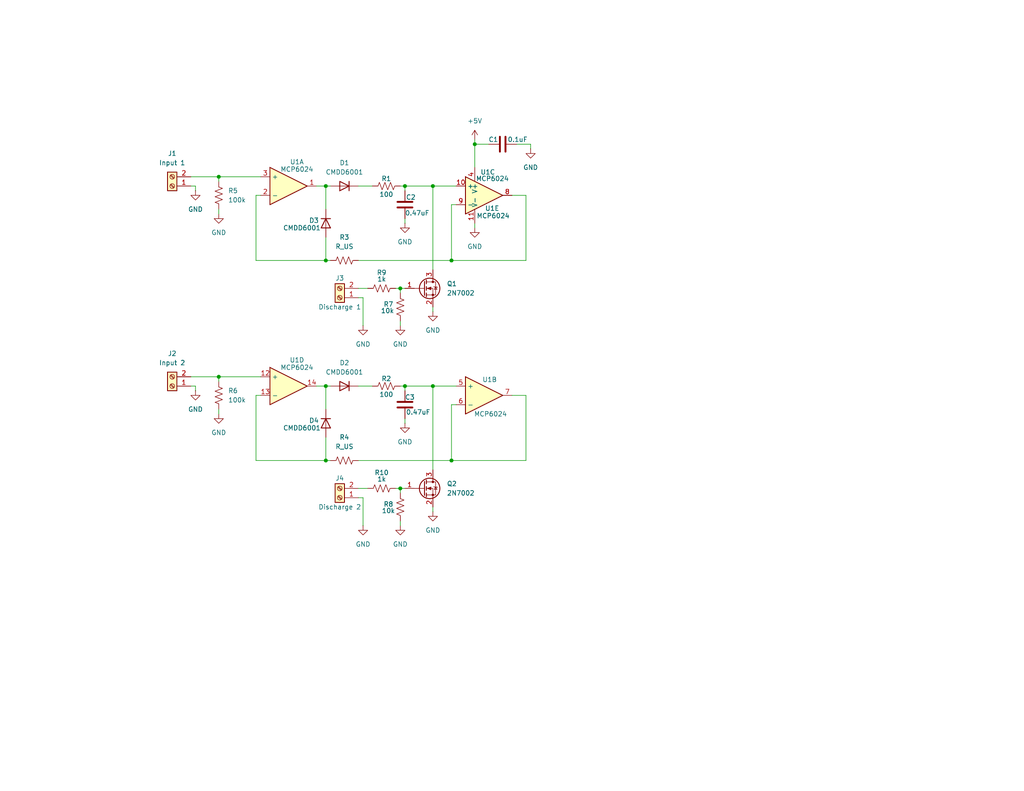
<source format=kicad_sch>
(kicad_sch (version 20231120) (generator "eeschema") (generator_version "8.0")
  (paper "A")
  (title_block (title "Peak Detector"))
  (lib_symbols
    (symbol "Connector:Screw_Terminal_01x02" (pin_names (offset 1.016) hide)
      (property "Reference" "J" (at 0 2.54 0))
      (property "Value" "Screw_Terminal_01x02" (at 0 -5.08 0))
      (symbol "Screw_Terminal_01x02_1_1"
        (rectangle (start -1.27 1.27) (end 1.27 -3.81) (stroke (width 0.254)) (fill (type background)))
        (circle (center 0 -2.54) (radius 0.635) (stroke (width 0.1524)))
        (polyline (pts (xy -0.5334 -2.2098) (xy 0.3302 -3.048)) (stroke (width 0.1524)))
        (polyline (pts (xy -0.5334 0.3302) (xy 0.3302 -0.508)) (stroke (width 0.1524)))
        (polyline (pts (xy -0.3556 -2.032) (xy 0.508 -2.8702)) (stroke (width 0.1524)))
        (polyline (pts (xy -0.3556 0.508) (xy 0.508 -0.3302)) (stroke (width 0.1524)))
        (circle (center 0 0) (radius 0.635) (stroke (width 0.1524)))
        (pin passive line (at -5.08 0 0) (length 3.81) (name "Pin_1") (number "1"))
        (pin passive line (at -5.08 -2.54 0) (length 3.81) (name "Pin_2") (number "2"))
      )
    )
    (symbol "Device:C" (pin_numbers hide) (pin_names (offset 0.254))
      (property "Reference" "C" (at 0.635 2.54 0))
      (property "Value" "C" (at 0.635 -2.54 0))
      (symbol "C_0_1"
        (polyline (pts (xy -2.032 -0.762) (xy 2.032 -0.762)) (stroke (width 0.508)))
        (polyline (pts (xy -2.032 0.762) (xy 2.032 0.762)) (stroke (width 0.508)))
      )
      (symbol "C_1_1"
        (pin passive line (at 0 3.81 270) (length 2.794) (name "~") (number "1"))
        (pin passive line (at 0 -3.81 90) (length 2.794) (name "~") (number "2"))
      )
    )
    (symbol "Device:D" (pin_numbers hide) (pin_names (offset 1.016) hide)
      (property "Reference" "D" (at 0 2.54 0))
      (property "Value" "D" (at 0 -2.54 0))
      (symbol "D_0_1"
        (polyline (pts (xy -1.27 1.27) (xy -1.27 -1.27)) (stroke (width 0.254)))
        (polyline (pts (xy 1.27 0) (xy -1.27 0)))
        (polyline (pts (xy 1.27 1.27) (xy 1.27 -1.27) (xy -1.27 0) (xy 1.27 1.27)) (stroke (width 0.254)))
      )
      (symbol "D_1_1"
        (pin passive line (at -3.81 0 0) (length 2.54) (name "K") (number "1"))
        (pin passive line (at 3.81 0 180) (length 2.54) (name "A") (number "2"))
      )
    )
    (symbol "Device:Opamp_Quad"
      (property "Reference" "U" (at 0 5.08 0))
      (property "Value" "Opamp_Quad" (at 0 -5.08 0))
      (symbol "Opamp_Quad_1_1"
        (polyline (pts (xy -5.08 5.08) (xy 5.08 0) (xy -5.08 -5.08) (xy -5.08 5.08)) (stroke (width 0.254)) (fill (type background)))
        (pin output line (at 7.62 0 180) (length 2.54) (name "~") (number "1"))
        (pin input line (at -7.62 -2.54 0) (length 2.54) (name "-") (number "2"))
        (pin input line (at -7.62 2.54 0) (length 2.54) (name "+") (number "3"))
      )
      (symbol "Opamp_Quad_2_1"
        (polyline (pts (xy -5.08 5.08) (xy 5.08 0) (xy -5.08 -5.08) (xy -5.08 5.08)) (stroke (width 0.254)) (fill (type background)))
        (pin input line (at -7.62 2.54 0) (length 2.54) (name "+") (number "5"))
        (pin input line (at -7.62 -2.54 0) (length 2.54) (name "-") (number "6"))
        (pin output line (at 7.62 0 180) (length 2.54) (name "~") (number "7"))
      )
      (symbol "Opamp_Quad_3_1"
        (polyline (pts (xy -5.08 5.08) (xy 5.08 0) (xy -5.08 -5.08) (xy -5.08 5.08)) (stroke (width 0.254)) (fill (type background)))
        (pin input line (at -7.62 2.54 0) (length 2.54) (name "+") (number "10"))
        (pin output line (at 7.62 0 180) (length 2.54) (name "~") (number "8"))
        (pin input line (at -7.62 -2.54 0) (length 2.54) (name "-") (number "9"))
      )
      (symbol "Opamp_Quad_4_1"
        (polyline (pts (xy -5.08 5.08) (xy 5.08 0) (xy -5.08 -5.08) (xy -5.08 5.08)) (stroke (width 0.254)) (fill (type background)))
        (pin input line (at -7.62 2.54 0) (length 2.54) (name "+") (number "12"))
        (pin input line (at -7.62 -2.54 0) (length 2.54) (name "-") (number "13"))
        (pin output line (at 7.62 0 180) (length 2.54) (name "~") (number "14"))
      )
      (symbol "Opamp_Quad_5_1"
        (pin power_in line (at -2.54 -7.62 90) (length 3.81) (name "V-") (number "11"))
        (pin power_in line (at -2.54 7.62 270) (length 3.81) (name "V+") (number "4"))
      )
    )
    (symbol "Device:R_US" (pin_numbers hide) (pin_names (offset 0))
      (property "Reference" "R" (at 2.54 0 90))
      (property "Value" "R_US" (at -2.54 0 90))
      (symbol "R_US_0_1"
        (polyline (pts (xy 0 -2.286) (xy 0 -2.54)))
        (polyline (pts (xy 0 2.286) (xy 0 2.54)))
        (polyline (pts (xy 0 -0.762) (xy 1.016 -1.143) (xy 0 -1.524) (xy -1.016 -1.905) (xy 0 -2.286)))
        (polyline (pts (xy 0 0.762) (xy 1.016 0.381) (xy 0 0) (xy -1.016 -0.381) (xy 0 -0.762)))
        (polyline (pts (xy 0 2.286) (xy 1.016 1.905) (xy 0 1.524) (xy -1.016 1.143) (xy 0 0.762)))
      )
      (symbol "R_US_1_1"
        (pin passive line (at 0 3.81 270) (length 1.27) (name "~") (number "1"))
        (pin passive line (at 0 -3.81 90) (length 1.27) (name "~") (number "2"))
      )
    )
    (symbol "Transistor_FET:2N7002" (pin_names hide)
      (property "Reference" "Q" (at 5.08 1.905 0))
      (property "Value" "2N7002" (at 5.08 0 0))
      (symbol "2N7002_0_1"
        (polyline (pts (xy 0.254 0) (xy -2.54 0)))
        (polyline (pts (xy 0.254 1.905) (xy 0.254 -1.905)) (stroke (width 0.254)))
        (polyline (pts (xy 0.762 -1.27) (xy 0.762 -2.286)) (stroke (width 0.254)))
        (polyline (pts (xy 0.762 0.508) (xy 0.762 -0.508)) (stroke (width 0.254)))
        (polyline (pts (xy 0.762 2.286) (xy 0.762 1.27)) (stroke (width 0.254)))
        (polyline (pts (xy 2.54 2.54) (xy 2.54 1.778)))
        (polyline (pts (xy 2.54 -2.54) (xy 2.54 0) (xy 0.762 0)))
        (polyline (pts (xy 0.762 -1.778) (xy 3.302 -1.778) (xy 3.302 1.778) (xy 0.762 1.778)))
        (polyline (pts (xy 1.016 0) (xy 2.032 0.381) (xy 2.032 -0.381) (xy 1.016 0)) (fill (type outline)))
        (polyline (pts (xy 2.794 0.508) (xy 2.921 0.381) (xy 3.683 0.381) (xy 3.81 0.254)))
        (polyline (pts (xy 3.302 0.381) (xy 2.921 -0.254) (xy 3.683 -0.254) (xy 3.302 0.381)))
        (circle (center 1.651 0) (radius 2.794) (stroke (width 0.254)))
        (circle (center 2.54 -1.778) (radius 0.254) (fill (type outline)))
        (circle (center 2.54 1.778) (radius 0.254) (fill (type outline)))
      )
      (symbol "2N7002_1_1"
        (pin input line (at -5.08 0 0) (length 2.54) (name "G") (number "1"))
        (pin passive line (at 2.54 -5.08 90) (length 2.54) (name "S") (number "2"))
        (pin passive line (at 2.54 5.08 270) (length 2.54) (name "D") (number "3"))
      )
    )
    (symbol "power:+5V" (power) (pin_numbers hide) (pin_names (offset 0) hide)
      (property "Value" "+5V" (at 0 3.556 0))
      (symbol "+5V_0_1"
        (polyline (pts (xy -0.762 1.27) (xy 0 2.54)))
        (polyline (pts (xy 0 0) (xy 0 2.54)))
        (polyline (pts (xy 0 2.54) (xy 0.762 1.27)))
      )
      (symbol "+5V_1_1"
        (pin power_in line (at 0 0 90) (length 0) (name "~") (number "1"))
      )
    )
    (symbol "power:GND" (power) (pin_numbers hide) (pin_names (offset 0) hide)
      (property "Value" "GND" (at 0 -3.81 0))
      (symbol "GND_0_1"
        (polyline (pts (xy 0 0) (xy 0 -1.27) (xy 1.27 -1.27) (xy 0 -2.54) (xy -1.27 -1.27) (xy 0 -1.27)))
      )
      (symbol "GND_1_1"
        (pin power_in line (at 0 0 270) (length 0) (name "~") (number "1"))
      )
    )
  )
  (junction (at 88.9 105.41))
  (junction (at 118.11 105.41))
  (junction (at 110.49 50.8))
  (junction (at 123.19 71.12))
  (junction (at 59.69 48.26))
  (junction (at 109.22 133.35))
  (junction (at 88.9 71.12))
  (junction (at 88.9 125.73))
  (junction (at 88.9 50.8))
  (junction (at 59.69 102.87))
  (junction (at 110.49 105.41))
  (junction (at 118.11 50.8))
  (junction (at 129.54 39.37))
  (junction (at 123.19 125.73))
  (junction (at 109.22 78.74))
  (wire (pts (xy 109.22 105.41) (xy 110.49 105.41)))
  (wire (pts (xy 97.79 133.35) (xy 100.33 133.35)))
  (wire (pts (xy 71.12 107.95) (xy 69.85 107.95)))
  (wire (pts (xy 129.54 60.96) (xy 129.54 62.23)))
  (wire (pts (xy 59.69 48.26) (xy 59.69 49.53)))
  (wire (pts (xy 123.19 110.49) (xy 124.46 110.49)))
  (wire (pts (xy 69.85 125.73) (xy 88.9 125.73)))
  (wire (pts (xy 140.97 39.37) (xy 144.78 39.37)))
  (wire (pts (xy 97.79 125.73) (xy 123.19 125.73)))
  (wire (pts (xy 118.11 50.8) (xy 124.46 50.8)))
  (wire (pts (xy 110.49 50.8) (xy 118.11 50.8)))
  (wire (pts (xy 99.06 135.89) (xy 99.06 143.51)))
  (wire (pts (xy 109.22 133.35) (xy 110.49 133.35)))
  (wire (pts (xy 88.9 50.8) (xy 90.17 50.8)))
  (wire (pts (xy 59.69 57.15) (xy 59.69 58.42)))
  (wire (pts (xy 52.07 102.87) (xy 59.69 102.87)))
  (wire (pts (xy 110.49 114.3) (xy 110.49 115.57)))
  (wire (pts (xy 97.79 71.12) (xy 123.19 71.12)))
  (wire (pts (xy 110.49 105.41) (xy 118.11 105.41)))
  (wire (pts (xy 53.34 50.8) (xy 53.34 52.07)))
  (wire (pts (xy 88.9 105.41) (xy 90.17 105.41)))
  (wire (pts (xy 129.54 38.1) (xy 129.54 39.37)))
  (wire (pts (xy 143.51 71.12) (xy 143.51 53.34)))
  (wire (pts (xy 69.85 53.34) (xy 69.85 71.12)))
  (wire (pts (xy 109.22 50.8) (xy 110.49 50.8)))
  (wire (pts (xy 52.07 105.41) (xy 53.34 105.41)))
  (wire (pts (xy 110.49 59.69) (xy 110.49 60.96)))
  (wire (pts (xy 88.9 105.41) (xy 88.9 111.76)))
  (wire (pts (xy 110.49 105.41) (xy 110.49 106.68)))
  (wire (pts (xy 109.22 80.01) (xy 109.22 78.74)))
  (wire (pts (xy 71.12 48.26) (xy 59.69 48.26)))
  (wire (pts (xy 69.85 71.12) (xy 88.9 71.12)))
  (wire (pts (xy 123.19 110.49) (xy 123.19 125.73)))
  (wire (pts (xy 123.19 55.88) (xy 123.19 71.12)))
  (wire (pts (xy 143.51 107.95) (xy 143.51 125.73)))
  (wire (pts (xy 88.9 64.77) (xy 88.9 71.12)))
  (wire (pts (xy 88.9 119.38) (xy 88.9 125.73)))
  (wire (pts (xy 97.79 81.28) (xy 99.06 81.28)))
  (wire (pts (xy 52.07 50.8) (xy 53.34 50.8)))
  (wire (pts (xy 59.69 111.76) (xy 59.69 113.03)))
  (wire (pts (xy 97.79 50.8) (xy 101.6 50.8)))
  (wire (pts (xy 109.22 134.62) (xy 109.22 133.35)))
  (wire (pts (xy 99.06 81.28) (xy 99.06 88.9)))
  (wire (pts (xy 143.51 53.34) (xy 139.7 53.34)))
  (wire (pts (xy 59.69 102.87) (xy 59.69 104.14)))
  (wire (pts (xy 123.19 71.12) (xy 143.51 71.12)))
  (wire (pts (xy 107.95 133.35) (xy 109.22 133.35)))
  (wire (pts (xy 53.34 105.41) (xy 53.34 106.68)))
  (wire (pts (xy 144.78 39.37) (xy 144.78 40.64)))
  (wire (pts (xy 97.79 135.89) (xy 99.06 135.89)))
  (wire (pts (xy 129.54 39.37) (xy 129.54 45.72)))
  (wire (pts (xy 107.95 78.74) (xy 109.22 78.74)))
  (wire (pts (xy 118.11 83.82) (xy 118.11 85.09)))
  (wire (pts (xy 97.79 78.74) (xy 100.33 78.74)))
  (wire (pts (xy 88.9 50.8) (xy 88.9 57.15)))
  (wire (pts (xy 129.54 39.37) (xy 133.35 39.37)))
  (wire (pts (xy 124.46 55.88) (xy 123.19 55.88)))
  (wire (pts (xy 71.12 102.87) (xy 59.69 102.87)))
  (wire (pts (xy 88.9 125.73) (xy 90.17 125.73)))
  (wire (pts (xy 97.79 105.41) (xy 101.6 105.41)))
  (wire (pts (xy 139.7 107.95) (xy 143.51 107.95)))
  (wire (pts (xy 52.07 48.26) (xy 59.69 48.26)))
  (wire (pts (xy 109.22 143.51) (xy 109.22 142.24)))
  (wire (pts (xy 71.12 53.34) (xy 69.85 53.34)))
  (wire (pts (xy 118.11 128.27) (xy 118.11 105.41)))
  (wire (pts (xy 118.11 138.43) (xy 118.11 139.7)))
  (wire (pts (xy 86.36 105.41) (xy 88.9 105.41)))
  (wire (pts (xy 109.22 88.9) (xy 109.22 87.63)))
  (wire (pts (xy 86.36 50.8) (xy 88.9 50.8)))
  (wire (pts (xy 69.85 107.95) (xy 69.85 125.73)))
  (wire (pts (xy 123.19 125.73) (xy 143.51 125.73)))
  (wire (pts (xy 118.11 105.41) (xy 124.46 105.41)))
  (wire (pts (xy 110.49 50.8) (xy 110.49 52.07)))
  (wire (pts (xy 118.11 50.8) (xy 118.11 73.66)))
  (wire (pts (xy 88.9 71.12) (xy 90.17 71.12)))
  (wire (pts (xy 109.22 78.74) (xy 110.49 78.74)))
  (symbol (lib_id "power:GND") (at 109.22 143.51 0) (unit 1)
    (property "Reference" "#PWR010" (effects (hide yes)))
    (property "Value" "GND" (at 109.22 148.59 0))
    (property "Description" "Power symbol creates a global label with name \"GND\" , ground" (effects (hide yes)))
  )
  (symbol (lib_id "Device:Opamp_Quad") (at 132.08 53.34 0) (unit 3)
    (property "Reference" "U1" (at 133.096 46.99 0))
    (property "Value" "MCP6024" (at 134.366 48.768 0))
    (property "Description" "Quad operational amplifier" (effects (hide yes)))
    (property "Sim.Library" "${KICAD7_SYMBOL_DIR}/Simulation_SPICE.sp" (effects (hide yes)))
    (property "Sim.Name" "kicad_builtin_opamp_quad" (effects (hide yes)))
    (property "Sim.Device" "SUBCKT" (effects (hide yes)))
    (property "Sim.Pins" "1=out1 2=in1- 3=in1+ 4=vcc 5=in2+ 6=in2- 7=out2 8=out3 9=in3- 10=in3+ 11=vee 12=in4+ 13=in4- 14=out4" (effects (hide yes)))
  )
  (symbol (lib_id "Device:D") (at 93.98 50.8 180) (unit 1)
    (property "Reference" "D1" (at 93.98 44.45 0))
    (property "Value" "CMDD6001" (at 93.98 46.99 0))
    (property "Description" "Diode" (effects (hide yes)))
    (property "Sim.Device" "D" (effects (hide yes)))
    (property "Sim.Pins" "1=K 2=A" (effects (hide yes)))
  )
  (symbol (lib_id "Device:D") (at 88.9 60.96 270) (unit 1)
    (property "Reference" "D3" (at 84.328 60.198 90) (effects (justify left)))
    (property "Value" "CMDD6001" (at 77.216 62.23 90) (effects (justify left)))
    (property "Description" "Diode" (effects (hide yes)))
    (property "Sim.Device" "D" (effects (hide yes)))
    (property "Sim.Pins" "1=K 2=A" (effects (hide yes)))
  )
  (symbol (lib_id "power:GND") (at 53.34 106.68 0) (unit 1)
    (property "Reference" "#PWR013" (effects (hide yes)))
    (property "Value" "GND" (at 53.34 111.76 0))
    (property "Description" "Power symbol creates a global label with name \"GND\" , ground" (effects (hide yes)))
  )
  (symbol (lib_id "Device:R_US") (at 104.14 133.35 90) (unit 1)
    (property "Reference" "R10" (at 104.14 129.032 90))
    (property "Value" "1k" (at 104.14 130.81 90))
    (property "Description" "Resistor, US symbol" (effects (hide yes)))
  )
  (symbol (lib_id "power:GND") (at 59.69 113.03 0) (unit 1)
    (property "Reference" "#PWR09" (effects (hide yes)))
    (property "Value" "GND" (at 59.69 118.11 0))
    (property "Description" "Power symbol creates a global label with name \"GND\" , ground" (effects (hide yes)))
  )
  (symbol (lib_id "Device:Opamp_Quad") (at 78.74 105.41 0) (unit 4)
    (property "Reference" "U1" (at 81.026 98.298 0))
    (property "Value" "MCP6024" (at 81.026 100.33 0))
    (property "Description" "Quad operational amplifier" (effects (hide yes)))
    (property "Sim.Library" "${KICAD7_SYMBOL_DIR}/Simulation_SPICE.sp" (effects (hide yes)))
    (property "Sim.Name" "kicad_builtin_opamp_quad" (effects (hide yes)))
    (property "Sim.Device" "SUBCKT" (effects (hide yes)))
    (property "Sim.Pins" "1=out1 2=in1- 3=in1+ 4=vcc 5=in2+ 6=in2- 7=out2 8=out3 9=in3- 10=in3+ 11=vee 12=in4+ 13=in4- 14=out4" (effects (hide yes)))
  )
  (symbol (lib_id "Device:R_US") (at 104.14 78.74 90) (unit 1)
    (property "Reference" "R9" (at 104.14 74.422 90))
    (property "Value" "1k" (at 104.14 76.2 90))
    (property "Description" "Resistor, US symbol" (effects (hide yes)))
  )
  (symbol (lib_id "Transistor_FET:2N7002") (at 115.57 78.74 0) (unit 1)
    (property "Reference" "Q1" (at 121.92 77.4699 0) (effects (justify left)))
    (property "Value" "2N7002" (at 121.92 80.0099 0) (effects (justify left)))
    (property "Footprint" "Package_TO_SOT_SMD:SOT-23" (effects (hide yes)))
    (property "Datasheet" "https://www.onsemi.com/pub/Collateral/NDS7002A-D.PDF" (effects (hide yes)))
    (property "Description" "0.115A Id, 60V Vds, N-Channel MOSFET, SOT-23" (effects (hide yes)))
  )
  (symbol (lib_id "power:GND") (at 109.22 88.9 0) (unit 1)
    (property "Reference" "#PWR011" (effects (hide yes)))
    (property "Value" "GND" (at 109.22 93.98 0))
    (property "Description" "Power symbol creates a global label with name \"GND\" , ground" (effects (hide yes)))
  )
  (symbol (lib_id "Device:R_US") (at 105.41 105.41 90) (unit 1)
    (property "Reference" "R2" (at 105.41 103.378 90))
    (property "Value" "100" (at 105.41 107.696 90))
    (property "Description" "Resistor, US symbol" (effects (hide yes)))
  )
  (symbol (lib_id "Device:R_US") (at 93.98 125.73 90) (unit 1)
    (property "Reference" "R4" (at 93.98 119.38 90))
    (property "Value" "R_US" (at 93.98 121.92 90))
    (property "Description" "Resistor, US symbol" (effects (hide yes)))
  )
  (symbol (lib_id "Connector:Screw_Terminal_01x02") (at 92.71 135.89 180) (unit 1)
    (property "Reference" "J4" (at 92.71 130.556 0))
    (property "Value" "Discharge 2" (at 92.71 138.43 0))
    (property "Description" "Generic screw terminal, single row, 01x02, script generated (kicad-library-utils/schlib/autogen/connector/)" (effects (hide yes)))
  )
  (symbol (lib_id "Transistor_FET:2N7002") (at 115.57 133.35 0) (unit 1)
    (property "Reference" "Q2" (at 121.92 132.0799 0) (effects (justify left)))
    (property "Value" "2N7002" (at 121.92 134.6199 0) (effects (justify left)))
    (property "Footprint" "Package_TO_SOT_SMD:SOT-23" (effects (hide yes)))
    (property "Datasheet" "https://www.onsemi.com/pub/Collateral/NDS7002A-D.PDF" (effects (hide yes)))
    (property "Description" "0.115A Id, 60V Vds, N-Channel MOSFET, SOT-23" (effects (hide yes)))
  )
  (symbol (lib_id "power:+5V") (at 129.54 38.1 0) (unit 1)
    (property "Reference" "#PWR02" (effects (hide yes)))
    (property "Value" "+5V" (at 129.54 33.02 0))
    (property "Description" "Power symbol creates a global label with name \"+5V\"" (effects (hide yes)))
  )
  (symbol (lib_id "Device:D") (at 88.9 115.57 270) (unit 1)
    (property "Reference" "D4" (at 84.328 114.808 90) (effects (justify left)))
    (property "Value" "CMDD6001" (at 77.216 116.84 90) (effects (justify left)))
    (property "Description" "Diode" (effects (hide yes)))
    (property "Sim.Device" "D" (effects (hide yes)))
    (property "Sim.Pins" "1=K 2=A" (effects (hide yes)))
  )
  (symbol (lib_id "Device:C") (at 137.16 39.37 90) (unit 1)
    (property "Reference" "C1" (at 134.62 38.1 90))
    (property "Value" "0.1uF" (at 141.224 38.1 90))
    (property "Description" "Unpolarized capacitor" (effects (hide yes)))
  )
  (symbol (lib_id "Device:C") (at 110.49 110.49 0) (unit 1)
    (property "Reference" "C3" (at 110.49 108.458 0) (effects (justify left)))
    (property "Value" "0.47uF" (at 110.744 112.522 0) (effects (justify left)))
    (property "Description" "Unpolarized capacitor" (effects (hide yes)))
  )
  (symbol (lib_id "power:GND") (at 110.49 60.96 0) (unit 1)
    (property "Reference" "#PWR04" (effects (hide yes)))
    (property "Value" "GND" (at 110.49 66.04 0))
    (property "Description" "Power symbol creates a global label with name \"GND\" , ground" (effects (hide yes)))
  )
  (symbol (lib_id "power:GND") (at 99.06 143.51 0) (unit 1)
    (property "Reference" "#PWR015" (effects (hide yes)))
    (property "Value" "GND" (at 99.06 148.59 0))
    (property "Description" "Power symbol creates a global label with name \"GND\" , ground" (effects (hide yes)))
  )
  (symbol (lib_id "power:GND") (at 118.11 139.7 0) (unit 1)
    (property "Reference" "#PWR07" (effects (hide yes)))
    (property "Value" "GND" (at 118.11 144.78 0))
    (property "Description" "Power symbol creates a global label with name \"GND\" , ground" (effects (hide yes)))
  )
  (symbol (lib_id "Device:R_US") (at 59.69 53.34 0) (unit 1)
    (property "Reference" "R5" (at 62.23 52.0699 0) (effects (justify left)))
    (property "Value" "100k" (at 62.23 54.6099 0) (effects (justify left)))
    (property "Description" "Resistor, US symbol" (effects (hide yes)))
  )
  (symbol (lib_id "Device:R_US") (at 109.22 83.82 0) (unit 1)
    (property "Reference" "R7" (at 104.648 83.058 0) (effects (justify left)))
    (property "Value" "10k" (at 103.886 84.836 0) (effects (justify left)))
    (property "Description" "Resistor, US symbol" (effects (hide yes)))
  )
  (symbol (lib_id "Connector:Screw_Terminal_01x02") (at 46.99 105.41 180) (unit 1)
    (property "Reference" "J2" (at 46.99 96.52 0))
    (property "Value" "Input 2" (at 46.99 99.06 0))
    (property "Description" "Generic screw terminal, single row, 01x02, script generated (kicad-library-utils/schlib/autogen/connector/)" (effects (hide yes)))
  )
  (symbol (lib_id "Device:Opamp_Quad") (at 78.74 50.8 0) (unit 1)
    (property "Reference" "U1" (at 81.026 44.196 0))
    (property "Value" "MCP6024" (at 81.026 46.228 0))
    (property "Description" "Quad operational amplifier" (effects (hide yes)))
    (property "Sim.Library" "${KICAD7_SYMBOL_DIR}/Simulation_SPICE.sp" (effects (hide yes)))
    (property "Sim.Name" "kicad_builtin_opamp_quad" (effects (hide yes)))
    (property "Sim.Device" "SUBCKT" (effects (hide yes)))
    (property "Sim.Pins" "1=out1 2=in1- 3=in1+ 4=vcc 5=in2+ 6=in2- 7=out2 8=out3 9=in3- 10=in3+ 11=vee 12=in4+ 13=in4- 14=out4" (effects (hide yes)))
  )
  (symbol (lib_id "power:GND") (at 110.49 115.57 0) (unit 1)
    (property "Reference" "#PWR05" (effects (hide yes)))
    (property "Value" "GND" (at 110.49 120.65 0))
    (property "Description" "Power symbol creates a global label with name \"GND\" , ground" (effects (hide yes)))
  )
  (symbol (lib_id "Connector:Screw_Terminal_01x02") (at 46.99 50.8 180) (unit 1)
    (property "Reference" "J1" (at 46.99 41.91 0))
    (property "Value" "Input 1" (at 46.99 44.45 0))
    (property "Description" "Generic screw terminal, single row, 01x02, script generated (kicad-library-utils/schlib/autogen/connector/)" (effects (hide yes)))
  )
  (symbol (lib_id "Device:R_US") (at 93.98 71.12 90) (unit 1)
    (property "Reference" "R3" (at 93.98 64.77 90))
    (property "Value" "R_US" (at 93.98 67.31 90))
    (property "Description" "Resistor, US symbol" (effects (hide yes)))
  )
  (symbol (lib_id "power:GND") (at 118.11 85.09 0) (unit 1)
    (property "Reference" "#PWR06" (effects (hide yes)))
    (property "Value" "GND" (at 118.11 90.17 0))
    (property "Description" "Power symbol creates a global label with name \"GND\" , ground" (effects (hide yes)))
  )
  (symbol (lib_id "Device:Opamp_Quad") (at 132.08 107.95 0) (unit 2)
    (property "Reference" "U1" (at 133.604 103.632 0))
    (property "Value" "MCP6024" (at 133.858 113.03 0))
    (property "Description" "Quad operational amplifier" (effects (hide yes)))
    (property "Sim.Library" "${KICAD7_SYMBOL_DIR}/Simulation_SPICE.sp" (effects (hide yes)))
    (property "Sim.Name" "kicad_builtin_opamp_quad" (effects (hide yes)))
    (property "Sim.Device" "SUBCKT" (effects (hide yes)))
    (property "Sim.Pins" "1=out1 2=in1- 3=in1+ 4=vcc 5=in2+ 6=in2- 7=out2 8=out3 9=in3- 10=in3+ 11=vee 12=in4+ 13=in4- 14=out4" (effects (hide yes)))
  )
  (symbol (lib_id "power:GND") (at 129.54 62.23 0) (unit 1)
    (property "Reference" "#PWR01" (effects (hide yes)))
    (property "Value" "GND" (at 129.54 67.31 0))
    (property "Description" "Power symbol creates a global label with name \"GND\" , ground" (effects (hide yes)))
  )
  (symbol (lib_id "Device:D") (at 93.98 105.41 180) (unit 1)
    (property "Reference" "D2" (at 93.98 99.06 0))
    (property "Value" "CMDD6001" (at 93.98 101.6 0))
    (property "Description" "Diode" (effects (hide yes)))
    (property "Sim.Device" "D" (effects (hide yes)))
    (property "Sim.Pins" "1=K 2=A" (effects (hide yes)))
  )
  (symbol (lib_id "Device:R_US") (at 105.41 50.8 90) (unit 1)
    (property "Reference" "R1" (at 105.41 48.768 90))
    (property "Value" "100" (at 105.41 53.086 90))
    (property "Description" "Resistor, US symbol" (effects (hide yes)))
  )
  (symbol (lib_id "Device:R_US") (at 109.22 138.43 0) (unit 1)
    (property "Reference" "R8" (at 104.648 137.668 0) (effects (justify left)))
    (property "Value" "10k" (at 104.14 139.446 0) (effects (justify left)))
    (property "Description" "Resistor, US symbol" (effects (hide yes)))
  )
  (symbol (lib_id "power:GND") (at 99.06 88.9 0) (unit 1)
    (property "Reference" "#PWR014" (effects (hide yes)))
    (property "Value" "GND" (at 99.06 93.98 0))
    (property "Description" "Power symbol creates a global label with name \"GND\" , ground" (effects (hide yes)))
  )
  (symbol (lib_id "Device:C") (at 110.49 55.88 0) (unit 1)
    (property "Reference" "C2" (at 110.744 53.848 0) (effects (justify left)))
    (property "Value" "0.47uF" (at 110.49 58.166 0) (effects (justify left)))
    (property "Description" "Unpolarized capacitor" (effects (hide yes)))
  )
  (symbol (lib_id "Device:Opamp_Quad") (at 132.08 53.34 0) (unit 5)
    (property "Reference" "U1" (at 132.334 56.896 0) (effects (justify left)))
    (property "Value" "MCP6024" (at 130.048 58.928 0) (effects (justify left)))
    (property "Description" "Quad operational amplifier" (effects (hide yes)))
    (property "Sim.Library" "${KICAD7_SYMBOL_DIR}/Simulation_SPICE.sp" (effects (hide yes)))
    (property "Sim.Name" "kicad_builtin_opamp_quad" (effects (hide yes)))
    (property "Sim.Device" "SUBCKT" (effects (hide yes)))
    (property "Sim.Pins" "1=out1 2=in1- 3=in1+ 4=vcc 5=in2+ 6=in2- 7=out2 8=out3 9=in3- 10=in3+ 11=vee 12=in4+ 13=in4- 14=out4" (effects (hide yes)))
  )
  (symbol (lib_id "Connector:Screw_Terminal_01x02") (at 92.71 81.28 180) (unit 1)
    (property "Reference" "J3" (at 92.71 75.946 0))
    (property "Value" "Discharge 1" (at 92.71 83.82 0))
    (property "Description" "Generic screw terminal, single row, 01x02, script generated (kicad-library-utils/schlib/autogen/connector/)" (effects (hide yes)))
  )
  (symbol (lib_id "power:GND") (at 59.69 58.42 0) (unit 1)
    (property "Reference" "#PWR08" (effects (hide yes)))
    (property "Value" "GND" (at 59.69 63.5 0))
    (property "Description" "Power symbol creates a global label with name \"GND\" , ground" (effects (hide yes)))
  )
  (symbol (lib_id "power:GND") (at 53.34 52.07 0) (unit 1)
    (property "Reference" "#PWR012" (effects (hide yes)))
    (property "Value" "GND" (at 53.34 57.15 0))
    (property "Description" "Power symbol creates a global label with name \"GND\" , ground" (effects (hide yes)))
  )
  (symbol (lib_id "Device:R_US") (at 59.69 107.95 0) (unit 1)
    (property "Reference" "R6" (at 62.23 106.6799 0) (effects (justify left)))
    (property "Value" "100k" (at 62.23 109.2199 0) (effects (justify left)))
    (property "Description" "Resistor, US symbol" (effects (hide yes)))
  )
  (symbol (lib_id "power:GND") (at 144.78 40.64 0) (unit 1)
    (property "Reference" "#PWR03" (effects (hide yes)))
    (property "Value" "GND" (at 144.78 45.72 0))
    (property "Description" "Power symbol creates a global label with name \"GND\" , ground" (effects (hide yes)))
  )
)
</source>
